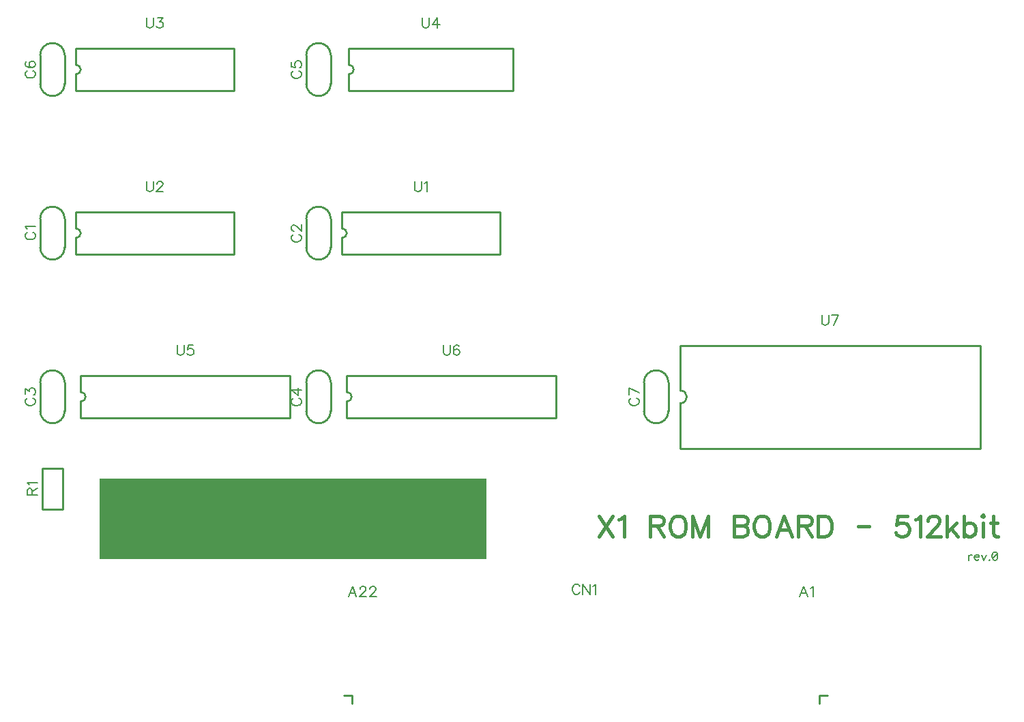
<source format=gto>
G04 DipTrace 3.0.0.2*
G04 BasicROM.GTO*
%MOMM*%
G04 #@! TF.FileFunction,Legend,Top*
G04 #@! TF.Part,Single*
%ADD10C,0.25*%
%ADD44C,0.19608*%
%ADD45C,0.39216*%
%ADD46C,0.15686*%
%FSLAX35Y35*%
G04*
G71*
G90*
G75*
G01*
G04 TopSilk*
%LPD*%
X863600Y-8077352D2*
D10*
Y-8432648D1*
X1168400Y-8077352D2*
Y-8432648D1*
X863600D2*
G03X1168400Y-8432648I152400J-152D01*
G01*
Y-8077352D2*
G03X863600Y-8077352I-152400J152D01*
G01*
X4165600D2*
Y-8432648D1*
X4470400Y-8077352D2*
Y-8432648D1*
X4165600D2*
G03X4470400Y-8432648I152400J-152D01*
G01*
Y-8077352D2*
G03X4165600Y-8077352I-152400J152D01*
G01*
X863600Y-10109352D2*
Y-10464648D1*
X1168400Y-10109352D2*
Y-10464648D1*
X863600D2*
G03X1168400Y-10464648I152400J-152D01*
G01*
Y-10109352D2*
G03X863600Y-10109352I-152400J152D01*
G01*
X4165600D2*
Y-10464648D1*
X4470400Y-10109352D2*
Y-10464648D1*
X4165600D2*
G03X4470400Y-10464648I152400J-152D01*
G01*
Y-10109352D2*
G03X4165600Y-10109352I-152400J152D01*
G01*
Y-6045352D2*
Y-6400648D1*
X4470400Y-6045352D2*
Y-6400648D1*
X4165600D2*
G03X4470400Y-6400648I152400J-152D01*
G01*
Y-6045352D2*
G03X4165600Y-6045352I-152400J152D01*
G01*
X863600D2*
Y-6400648D1*
X1168400Y-6045352D2*
Y-6400648D1*
X863600D2*
G03X1168400Y-6400648I152400J-152D01*
G01*
Y-6045352D2*
G03X863600Y-6045352I-152400J152D01*
G01*
X8356600Y-10109352D2*
Y-10464648D1*
X8661400Y-10109352D2*
Y-10464648D1*
X8356600D2*
G03X8661400Y-10464648I152400J-152D01*
G01*
Y-10109352D2*
G03X8356600Y-10109352I-152400J152D01*
G01*
X4633000Y-14000040D2*
X4733200D1*
Y-14100000D1*
X10532800D2*
Y-14000040D1*
X10633000D1*
X1143000Y-11176457D2*
Y-11683543D1*
X889000D2*
X1143000D1*
X889000Y-11176457D2*
Y-11683543D1*
Y-11176457D2*
X1143000D1*
X4608000Y-7994989D2*
X6568000D1*
Y-8515011D2*
Y-7994989D1*
X4608000Y-8515011D2*
X6568000D1*
X4608000D2*
Y-8315010D1*
Y-7994989D2*
Y-8194990D1*
Y-8315010D2*
G03X4608000Y-8194990I-34J60010D01*
G01*
X1306000Y-7994989D2*
X3266000D1*
Y-8515011D2*
Y-7994989D1*
X1306000Y-8515011D2*
X3266000D1*
X1306000D2*
Y-8315010D1*
Y-7994989D2*
Y-8194990D1*
Y-8315010D2*
G03X1306000Y-8194990I-34J60010D01*
G01*
Y-5962989D2*
X3266000D1*
Y-6483011D2*
Y-5962989D1*
X1306000Y-6483011D2*
X3266000D1*
X1306000D2*
Y-6283010D1*
Y-5962989D2*
Y-6162990D1*
Y-6283010D2*
G03X1306000Y-6162990I-34J60010D01*
G01*
X4695000Y-5962989D2*
X6735000D1*
Y-6483011D2*
Y-5962989D1*
X4695000Y-6483011D2*
X6735000D1*
X4695000D2*
Y-6283010D1*
Y-5962989D2*
Y-6162990D1*
Y-6283010D2*
G03X4695000Y-6162990I-34J60010D01*
G01*
X1367000Y-10026989D2*
X3967000D1*
Y-10547011D2*
Y-10026989D1*
X1367000Y-10547011D2*
X3967000D1*
X1367000D2*
Y-10347010D1*
Y-10026989D2*
Y-10226990D1*
Y-10347010D2*
G03X1367000Y-10226990I-210J60010D01*
G01*
X4669000Y-10026989D2*
X7269000D1*
Y-10547011D2*
Y-10026989D1*
X4669000Y-10547011D2*
X7269000D1*
X4669000D2*
Y-10347010D1*
Y-10026989D2*
Y-10226990D1*
Y-10347010D2*
G03X4669000Y-10226990I-210J60010D01*
G01*
X8808000Y-9649056D2*
X12528000D1*
Y-10928944D2*
Y-9649056D1*
X8808000Y-10928944D2*
X12528000D1*
X8808000D2*
Y-10368993D1*
Y-9649056D2*
Y-10209007D1*
Y-10368993D2*
G03X8808000Y-10209007I-13J79993D01*
G01*
G36*
X1600000Y-11300000D2*
X6400000D1*
Y-12300000D1*
X1600000D1*
Y-11300000D1*
G37*
X707937Y-8244285D2*
D44*
X695863Y-8250321D1*
X683650Y-8262534D1*
X677613Y-8274608D1*
Y-8298894D1*
X683650Y-8311108D1*
X695863Y-8323181D1*
X707936Y-8329358D1*
X726186Y-8335394D1*
X756650D1*
X774759Y-8329358D1*
X786973Y-8323181D1*
X799046Y-8311108D1*
X805223Y-8298894D1*
Y-8274608D1*
X799046Y-8262535D1*
X786973Y-8250321D1*
X774760Y-8244285D1*
X702040Y-8205069D2*
X695863Y-8192855D1*
X677754Y-8174605D1*
X805223Y-8174606D1*
X4009937Y-8271589D2*
X3997863Y-8277626D1*
X3985650Y-8289839D1*
X3979613Y-8301912D1*
Y-8326199D1*
X3985650Y-8338412D1*
X3997863Y-8350485D1*
X4009936Y-8356662D1*
X4028186Y-8362699D1*
X4058650D1*
X4076759Y-8356662D1*
X4088973Y-8350485D1*
X4101046Y-8338412D1*
X4107223Y-8326199D1*
Y-8301913D1*
X4101046Y-8289839D1*
X4088973Y-8277626D1*
X4076760Y-8271589D1*
X4010077Y-8226197D2*
X4004040D1*
X3991827Y-8220160D1*
X3985790Y-8214124D1*
X3979754Y-8201910D1*
Y-8177624D1*
X3985790Y-8165551D1*
X3991827Y-8159514D1*
X4004040Y-8153337D1*
X4016113D1*
X4028327Y-8159514D1*
X4046437Y-8171587D1*
X4107223Y-8232374D1*
Y-8147301D1*
X707937Y-10303589D2*
X695863Y-10309626D1*
X683650Y-10321839D1*
X677613Y-10333912D1*
Y-10358199D1*
X683650Y-10370412D1*
X695863Y-10382485D1*
X707936Y-10388662D1*
X726186Y-10394699D1*
X756650D1*
X774759Y-10388662D1*
X786973Y-10382485D1*
X799046Y-10370412D1*
X805223Y-10358199D1*
Y-10333913D1*
X799046Y-10321839D1*
X786973Y-10309626D1*
X774760Y-10303589D1*
X677754Y-10252160D2*
Y-10185478D1*
X726327Y-10221837D1*
Y-10203587D1*
X732363Y-10191514D1*
X738400Y-10185478D1*
X756650Y-10179301D1*
X768723D1*
X786973Y-10185478D1*
X799186Y-10197551D1*
X805223Y-10215801D1*
Y-10234051D1*
X799186Y-10252160D1*
X793010Y-10258197D1*
X780937Y-10264374D1*
X4009937Y-10306608D2*
X3997863Y-10312644D1*
X3985650Y-10324858D1*
X3979613Y-10336931D1*
Y-10361217D1*
X3985650Y-10373431D1*
X3997863Y-10385504D1*
X4009936Y-10391681D1*
X4028186Y-10397717D1*
X4058650D1*
X4076759Y-10391681D1*
X4088973Y-10385504D1*
X4101046Y-10373431D1*
X4107223Y-10361217D1*
Y-10336931D1*
X4101046Y-10324858D1*
X4088973Y-10312644D1*
X4076760Y-10306608D1*
X4107223Y-10206606D2*
X3979754Y-10206605D1*
X4064687Y-10267392D1*
Y-10176282D1*
X4009937Y-6239589D2*
X3997863Y-6245626D1*
X3985650Y-6257839D1*
X3979613Y-6269912D1*
Y-6294199D1*
X3985650Y-6306412D1*
X3997863Y-6318485D1*
X4009936Y-6324662D1*
X4028186Y-6330699D1*
X4058650D1*
X4076759Y-6324662D1*
X4088973Y-6318485D1*
X4101046Y-6306412D1*
X4107223Y-6294199D1*
Y-6269913D1*
X4101046Y-6257839D1*
X4088973Y-6245626D1*
X4076760Y-6239589D1*
X3979754Y-6127514D2*
Y-6188160D1*
X4034363Y-6194197D1*
X4028327Y-6188160D1*
X4022150Y-6169910D1*
Y-6151801D1*
X4028327Y-6133551D1*
X4040400Y-6121337D1*
X4058650Y-6115301D1*
X4070723D1*
X4088973Y-6121337D1*
X4101186Y-6133551D1*
X4107223Y-6151801D1*
Y-6169910D1*
X4101186Y-6188160D1*
X4095010Y-6194197D1*
X4082937Y-6200374D1*
X707937Y-6236501D2*
X695863Y-6242537D1*
X683650Y-6254751D1*
X677613Y-6266824D1*
Y-6291110D1*
X683650Y-6303324D1*
X695863Y-6315397D1*
X707936Y-6321574D1*
X726186Y-6327610D1*
X756650D1*
X774759Y-6321574D1*
X786973Y-6315397D1*
X799046Y-6303324D1*
X805223Y-6291111D1*
Y-6266824D1*
X799046Y-6254751D1*
X786973Y-6242538D1*
X774760Y-6236501D1*
X695863Y-6124426D2*
X683790Y-6130462D1*
X677754Y-6148712D1*
Y-6160785D1*
X683790Y-6179035D1*
X702040Y-6191249D1*
X732363Y-6197285D1*
X762687D1*
X786973Y-6191249D1*
X799186Y-6179035D1*
X805223Y-6160785D1*
Y-6154749D1*
X799186Y-6136639D1*
X786973Y-6124426D1*
X768723Y-6118389D1*
X762687D1*
X744437Y-6124426D1*
X732363Y-6136639D1*
X726327Y-6154749D1*
Y-6160785D1*
X732363Y-6179035D1*
X744437Y-6191249D1*
X762687Y-6197285D1*
X8200937Y-10303589D2*
X8188863Y-10309626D1*
X8176650Y-10321839D1*
X8170613Y-10333912D1*
Y-10358199D1*
X8176650Y-10370412D1*
X8188863Y-10382485D1*
X8200936Y-10388662D1*
X8219186Y-10394699D1*
X8249650D1*
X8267759Y-10388662D1*
X8279973Y-10382485D1*
X8292046Y-10370412D1*
X8298223Y-10358199D1*
Y-10333913D1*
X8292046Y-10321839D1*
X8279973Y-10309626D1*
X8267760Y-10303589D1*
X8298223Y-10240087D2*
X8170754Y-10179301D1*
Y-10264374D1*
X7560571Y-12644336D2*
X7554534Y-12632263D1*
X7542321Y-12620050D1*
X7530248Y-12614013D1*
X7505961D1*
X7493748Y-12620050D1*
X7481675Y-12632263D1*
X7475498Y-12644336D1*
X7469461Y-12662586D1*
Y-12693050D1*
X7475498Y-12711160D1*
X7481675Y-12723373D1*
X7493748Y-12735446D1*
X7505961Y-12741623D1*
X7530248D1*
X7542321Y-12735446D1*
X7554534Y-12723373D1*
X7560571Y-12711160D1*
X7684860Y-12614013D2*
Y-12741623D1*
X7599787Y-12614013D1*
Y-12741623D1*
X7724075Y-12638440D2*
X7736289Y-12632263D1*
X7754539Y-12614154D1*
Y-12741623D1*
X763800Y-11507376D2*
Y-11452766D1*
X757623Y-11434516D1*
X751587Y-11428339D1*
X739514Y-11422303D1*
X727300D1*
X715227Y-11428339D1*
X709050Y-11434516D1*
X703013Y-11452766D1*
Y-11507376D1*
X830623D1*
X763800Y-11464839D2*
X830623Y-11422303D1*
X727440Y-11383087D2*
X721264Y-11370874D1*
X703154Y-11352624D1*
X830623D1*
X5510624Y-7613013D2*
Y-7704123D1*
X5516660Y-7722373D1*
X5528874Y-7734446D1*
X5547124Y-7740623D1*
X5559197D1*
X5577447Y-7734446D1*
X5589660Y-7722373D1*
X5595697Y-7704123D1*
Y-7613013D1*
X5634913Y-7637440D2*
X5647126Y-7631263D1*
X5665376Y-7613154D1*
Y-7740623D1*
X2181319Y-7613013D2*
Y-7704123D1*
X2187356Y-7722373D1*
X2199569Y-7734446D1*
X2217819Y-7740623D1*
X2229892D1*
X2248142Y-7734446D1*
X2260356Y-7722373D1*
X2266392Y-7704123D1*
Y-7613013D1*
X2311785Y-7643477D2*
Y-7637440D1*
X2317821Y-7625227D1*
X2323858Y-7619190D1*
X2336071Y-7613154D1*
X2360358D1*
X2372431Y-7619190D1*
X2378467Y-7625227D1*
X2384644Y-7637440D1*
Y-7649513D1*
X2378467Y-7661727D1*
X2366394Y-7679836D1*
X2305608Y-7740623D1*
X2390681D1*
X2181319Y-5581013D2*
Y-5672123D1*
X2187356Y-5690373D1*
X2199569Y-5702446D1*
X2217819Y-5708623D1*
X2229892D1*
X2248142Y-5702446D1*
X2260356Y-5690373D1*
X2266392Y-5672123D1*
Y-5581013D1*
X2317821Y-5581154D2*
X2384504D1*
X2348144Y-5629727D1*
X2366394D1*
X2378467Y-5635763D1*
X2384504Y-5641800D1*
X2390681Y-5660050D1*
Y-5672123D1*
X2384504Y-5690373D1*
X2372431Y-5702586D1*
X2354181Y-5708623D1*
X2335931D1*
X2317821Y-5702586D1*
X2311785Y-5696410D1*
X2305608Y-5684336D1*
X5607301Y-5581013D2*
Y-5672123D1*
X5613337Y-5690373D1*
X5625551Y-5702446D1*
X5643801Y-5708623D1*
X5655874D1*
X5674124Y-5702446D1*
X5686337Y-5690373D1*
X5692374Y-5672123D1*
Y-5581013D1*
X5792376Y-5708623D2*
Y-5581154D1*
X5731590Y-5666086D1*
X5822699D1*
X2562319Y-9645013D2*
Y-9736123D1*
X2568356Y-9754373D1*
X2580569Y-9766446D1*
X2598819Y-9772623D1*
X2610892D1*
X2629142Y-9766446D1*
X2641356Y-9754373D1*
X2647392Y-9736123D1*
Y-9645013D1*
X2759467Y-9645154D2*
X2698821D1*
X2692785Y-9699763D1*
X2698821Y-9693727D1*
X2717071Y-9687550D1*
X2735181D1*
X2753431Y-9693727D1*
X2765644Y-9705800D1*
X2771681Y-9724050D1*
Y-9736123D1*
X2765644Y-9754373D1*
X2753431Y-9766586D1*
X2735181Y-9772623D1*
X2717071D1*
X2698821Y-9766586D1*
X2692785Y-9760410D1*
X2686608Y-9748336D1*
X5867408Y-9645013D2*
Y-9736123D1*
X5873444Y-9754373D1*
X5885658Y-9766446D1*
X5903908Y-9772623D1*
X5915981D1*
X5934231Y-9766446D1*
X5946444Y-9754373D1*
X5952481Y-9736123D1*
Y-9645013D1*
X6064556Y-9663263D2*
X6058519Y-9651190D1*
X6040269Y-9645154D1*
X6028196D1*
X6009946Y-9651190D1*
X5997733Y-9669440D1*
X5991696Y-9699763D1*
Y-9730086D1*
X5997733Y-9754373D1*
X6009946Y-9766586D1*
X6028196Y-9772623D1*
X6034233D1*
X6052342Y-9766586D1*
X6064556Y-9754373D1*
X6070592Y-9736123D1*
Y-9730086D1*
X6064556Y-9711836D1*
X6052342Y-9699763D1*
X6034233Y-9693727D1*
X6028196D1*
X6009946Y-9699763D1*
X5997733Y-9711836D1*
X5991696Y-9730086D1*
X10563319Y-9268013D2*
Y-9359123D1*
X10569356Y-9377373D1*
X10581569Y-9389446D1*
X10599819Y-9395623D1*
X10611892D1*
X10630142Y-9389446D1*
X10642356Y-9377373D1*
X10648392Y-9359123D1*
Y-9268013D1*
X10711894Y-9395623D2*
X10772681Y-9268154D1*
X10687608D1*
X7800001Y-11766543D2*
D45*
X7970147Y-12021763D1*
Y-11766543D2*
X7800001Y-12021763D1*
X8048579Y-11815397D2*
X8073006Y-11803043D1*
X8109506Y-11766824D1*
Y-12021763D1*
X8434830Y-11888117D2*
X8544049D1*
X8580549Y-11875763D1*
X8592903Y-11863690D1*
X8604976Y-11839543D1*
Y-11815117D1*
X8592903Y-11790970D1*
X8580549Y-11778617D1*
X8544049Y-11766543D1*
X8434830D1*
Y-12021763D1*
X8519903Y-11888117D2*
X8604976Y-12021763D1*
X8756407Y-11766543D2*
X8731981Y-11778617D1*
X8707834Y-11803043D1*
X8695481Y-11827190D1*
X8683407Y-11863690D1*
Y-11924617D1*
X8695481Y-11960836D1*
X8707834Y-11985263D1*
X8731981Y-12009409D1*
X8756407Y-12021763D1*
X8804981D1*
X8829127Y-12009409D1*
X8853554Y-11985263D1*
X8865627Y-11960836D1*
X8877700Y-11924617D1*
Y-11863690D1*
X8865627Y-11827190D1*
X8853554Y-11803043D1*
X8829127Y-11778617D1*
X8804981Y-11766543D1*
X8756407D1*
X9150423Y-12021763D2*
Y-11766543D1*
X9053277Y-12021763D1*
X8956131Y-11766543D1*
Y-12021763D1*
X9475748Y-11766543D2*
Y-12021763D1*
X9585248D1*
X9621748Y-12009409D1*
X9633821Y-11997336D1*
X9645894Y-11973190D1*
Y-11936690D1*
X9633821Y-11912263D1*
X9621748Y-11900190D1*
X9585248Y-11888117D1*
X9621748Y-11875763D1*
X9633821Y-11863690D1*
X9645894Y-11839543D1*
Y-11815117D1*
X9633821Y-11790970D1*
X9621748Y-11778617D1*
X9585248Y-11766543D1*
X9475748D1*
Y-11888117D2*
X9585248D1*
X9797325Y-11766543D2*
X9772898Y-11778617D1*
X9748752Y-11803043D1*
X9736398Y-11827190D1*
X9724325Y-11863690D1*
Y-11924617D1*
X9736398Y-11960836D1*
X9748752Y-11985263D1*
X9772898Y-12009409D1*
X9797325Y-12021763D1*
X9845898D1*
X9870044Y-12009409D1*
X9894471Y-11985263D1*
X9906544Y-11960836D1*
X9918618Y-11924617D1*
Y-11863690D1*
X9906544Y-11827190D1*
X9894471Y-11803043D1*
X9870044Y-11778617D1*
X9845898Y-11766543D1*
X9797325D1*
X10191622Y-12021763D2*
X10094195Y-11766543D1*
X9997049Y-12021763D1*
X10033549Y-11936690D2*
X10155122D1*
X10270053Y-11888117D2*
X10379273D1*
X10415773Y-11875763D1*
X10428126Y-11863690D1*
X10440200Y-11839543D1*
Y-11815117D1*
X10428126Y-11790970D1*
X10415773Y-11778617D1*
X10379273Y-11766543D1*
X10270053D1*
Y-12021763D1*
X10355126Y-11888117D2*
X10440200Y-12021763D1*
X10518631Y-11766543D2*
Y-12021763D1*
X10603704D1*
X10640204Y-12009409D1*
X10664631Y-11985263D1*
X10676704Y-11960836D1*
X10688777Y-11924617D1*
Y-11863690D1*
X10676704Y-11827190D1*
X10664631Y-11803043D1*
X10640204Y-11778617D1*
X10603704Y-11766543D1*
X10518631D1*
X11014101Y-11894293D2*
X11154486D1*
X11625529Y-11766824D2*
X11504237D1*
X11492164Y-11876043D1*
X11504237Y-11863970D1*
X11540737Y-11851617D1*
X11576956D1*
X11613456Y-11863970D1*
X11637883Y-11888117D1*
X11649956Y-11924617D1*
Y-11948763D1*
X11637883Y-11985263D1*
X11613456Y-12009690D1*
X11576956Y-12021763D1*
X11540737D1*
X11504237Y-12009690D1*
X11492164Y-11997336D1*
X11479810Y-11973190D1*
X11728388Y-11815397D2*
X11752815Y-11803043D1*
X11789315Y-11766824D1*
Y-12021763D1*
X11880100Y-11827470D2*
Y-11815397D1*
X11892173Y-11790970D1*
X11904246Y-11778897D1*
X11928673Y-11766824D1*
X11977246D1*
X12001392Y-11778897D1*
X12013465Y-11790970D1*
X12025819Y-11815397D1*
Y-11839543D1*
X12013465Y-11863970D1*
X11989319Y-11900190D1*
X11867746Y-12021763D1*
X12037892D1*
X12116324Y-11766543D2*
Y-12021763D1*
X12237897Y-11851617D2*
X12116324Y-11973190D1*
X12164897Y-11924617D2*
X12249970Y-12021763D1*
X12328401Y-11766543D2*
Y-12021763D1*
Y-11888117D2*
X12352828Y-11863690D1*
X12376974Y-11851617D1*
X12413474D1*
X12437620Y-11863690D1*
X12462047Y-11888117D1*
X12474120Y-11924617D1*
Y-11948763D1*
X12462047Y-11985263D1*
X12437620Y-12009409D1*
X12413474Y-12021763D1*
X12376974D1*
X12352828Y-12009409D1*
X12328401Y-11985263D1*
X12552552Y-11766543D2*
X12564625Y-11778617D1*
X12576979Y-11766543D1*
X12564625Y-11754190D1*
X12552552Y-11766543D1*
X12564625Y-11851617D2*
Y-12021763D1*
X12691910Y-11766543D2*
Y-11973190D1*
X12703983Y-12009409D1*
X12728410Y-12021763D1*
X12752556D1*
X12655410Y-11851617D2*
X12740483D1*
X12388236Y-12248883D2*
D46*
Y-12316941D1*
Y-12278083D2*
X12393178Y-12263483D1*
X12402836Y-12253712D1*
X12412607Y-12248883D1*
X12427207D1*
X12458580Y-12278083D2*
X12516867D1*
Y-12268312D1*
X12512038Y-12258541D1*
X12507209Y-12253712D1*
X12497438Y-12248883D1*
X12482838D1*
X12473180Y-12253712D1*
X12463409Y-12263483D1*
X12458580Y-12278083D1*
Y-12287741D1*
X12463409Y-12302341D1*
X12473180Y-12312000D1*
X12482838Y-12316941D1*
X12497438D1*
X12507209Y-12312000D1*
X12516867Y-12302341D1*
X12548240Y-12248883D2*
X12577440Y-12316941D1*
X12606528Y-12248883D1*
X12642730Y-12307170D2*
X12637900Y-12312112D1*
X12642730Y-12316941D1*
X12647671Y-12312112D1*
X12642730Y-12307170D1*
X12708244Y-12214966D2*
X12693644Y-12219795D1*
X12683873Y-12234395D1*
X12679044Y-12258653D1*
Y-12273253D1*
X12683873Y-12297512D1*
X12693644Y-12312112D1*
X12708244Y-12316941D1*
X12717902D1*
X12732502Y-12312112D1*
X12742161Y-12297512D1*
X12747102Y-12273253D1*
Y-12258653D1*
X12742161Y-12234395D1*
X12732502Y-12219795D1*
X12717902Y-12214966D1*
X12708244D1*
X12742161Y-12234395D2*
X12683873Y-12297512D1*
X10387484Y-12770685D2*
D44*
X10338770Y-12643075D1*
X10290197Y-12770685D1*
X10308447Y-12728148D2*
X10369234D1*
X10426699Y-12667502D2*
X10438913Y-12661325D1*
X10457163Y-12643215D1*
Y-12770685D1*
X4787484D2*
X4738770Y-12643075D1*
X4690197Y-12770685D1*
X4708447Y-12728148D2*
X4769234D1*
X4832876Y-12673539D2*
Y-12667502D1*
X4838913Y-12655289D1*
X4844949Y-12649252D1*
X4857163Y-12643215D1*
X4881449D1*
X4893523Y-12649252D1*
X4899559Y-12655289D1*
X4905736Y-12667502D1*
Y-12679575D1*
X4899559Y-12691789D1*
X4887486Y-12709898D1*
X4826699Y-12770685D1*
X4911773D1*
X4957165Y-12673539D2*
Y-12667502D1*
X4963202Y-12655289D1*
X4969238Y-12649252D1*
X4981452Y-12643215D1*
X5005738D1*
X5017811Y-12649252D1*
X5023848Y-12655289D1*
X5030025Y-12667502D1*
Y-12679575D1*
X5023848Y-12691789D1*
X5011775Y-12709898D1*
X4950988Y-12770685D1*
X5036061D1*
M02*

</source>
